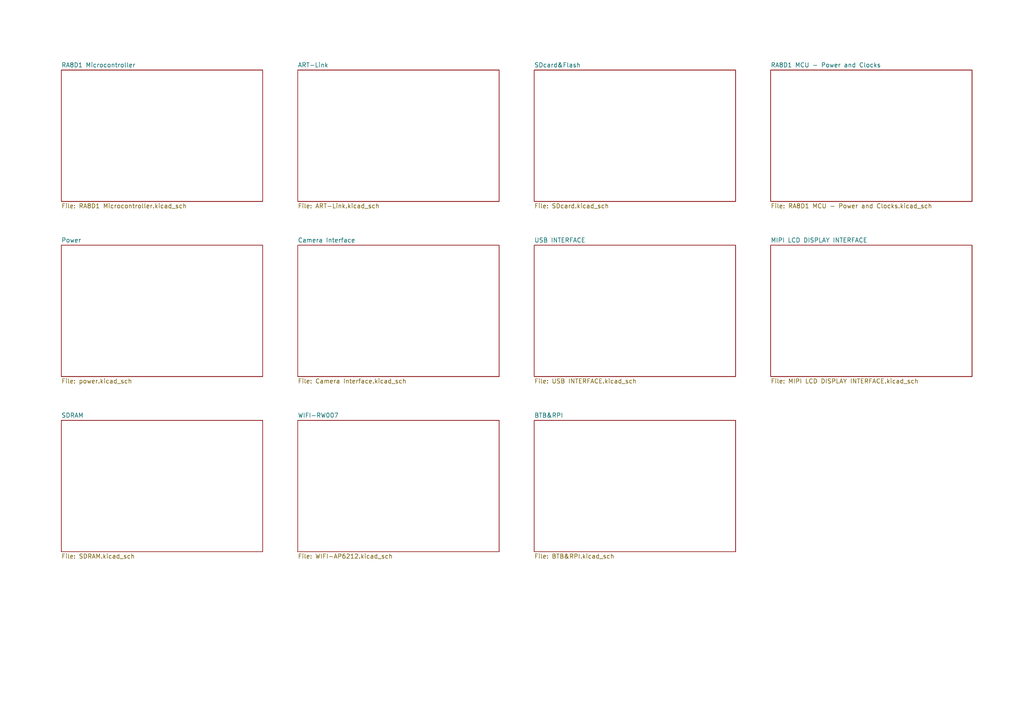
<source format=kicad_sch>
(kicad_sch (version 20230121) (generator eeschema)
  (paper "A4")
  (lib_symbols)
  (sheet (at 17.78 20.32) (size 58.42 38.1) (stroke (width 0.1524))
    (property "Sheetname" "RA8D1 Microcontroller" (at 17.78 19.6084 0) (effects (justify left bottom)))
    (property "Sheetfile" "RA8D1 Microcontroller.kicad_sch" (at 17.78 59.0046 0) (effects (justify left top)))
  )
  (sheet (at 223.52 71.12) (size 58.42 38.1) (stroke (width 0.1524))
    (property "Sheetname" "MIPI LCD DISPLAY INTERFACE" (at 223.52 70.4084 0) (effects (justify left bottom)))
    (property "Sheetfile" "MIPI LCD DISPLAY INTERFACE.kicad_sch" (at 223.52 109.8046 0) (effects (justify left top)))
  )
  (sheet (at 86.36 20.32) (size 58.42 38.1) (stroke (width 0.1524))
    (property "Sheetname" "ART-Link" (at 86.36 19.6084 0) (effects (justify left bottom)))
    (property "Sheetfile" "ART-Link.kicad_sch" (at 86.36 59.0046 0) (effects (justify left top)))
  )
  (sheet (at 154.94 71.12) (size 58.42 38.1) (stroke (width 0.1524))
    (property "Sheetname" "USB INTERFACE" (at 154.94 70.4084 0) (effects (justify left bottom)))
    (property "Sheetfile" "USB INTERFACE.kicad_sch" (at 154.94 109.8046 0) (effects (justify left top)))
  )
  (sheet (at 154.94 20.32) (size 58.42 38.1) (stroke (width 0.1524))
    (property "Sheetname" "SDcard&Flash" (at 154.94 19.6084 0) (effects (justify left bottom)))
    (property "Sheetfile" "SDcard.kicad_sch" (at 154.94 59.0046 0) (effects (justify left top)))
  )
  (sheet (at 17.78 121.92) (size 58.42 38.1) (stroke (width 0.1524))
    (property "Sheetname" "SDRAM" (at 17.78 121.2084 0) (effects (justify left bottom)))
    (property "Sheetfile" "SDRAM.kicad_sch" (at 17.78 160.6046 0) (effects (justify left top)))
  )
  (sheet (at 154.94 121.92) (size 58.42 38.1) (stroke (width 0.1524))
    (property "Sheetname" "BTB&RPI" (at 154.94 121.2084 0) (effects (justify left bottom)))
    (property "Sheetfile" "BTB&RPI.kicad_sch" (at 154.94 160.6046 0) (effects (justify left top)))
  )
  (sheet (at 86.36 71.12) (size 58.42 38.1) (stroke (width 0.1524))
    (property "Sheetname" "Camera Interface" (at 86.36 70.4084 0) (effects (justify left bottom)))
    (property "Sheetfile" "Camera Interface.kicad_sch" (at 86.36 109.8046 0) (effects (justify left top)))
  )
  (sheet (at 86.36 121.92) (size 58.42 38.1) (stroke (width 0.1524))
    (property "Sheetname" "WIFI-RW007" (at 86.36 121.2084 0) (effects (justify left bottom)))
    (property "Sheetfile" "WIFI-AP6212.kicad_sch" (at 86.36 160.6046 0) (effects (justify left top)))
  )
  (sheet (at 223.52 20.32) (size 58.42 38.1) (stroke (width 0.1524))
    (property "Sheetname" "RA8D1 MCU - Power and Clocks" (at 223.52 19.6084 0) (effects (justify left bottom)))
    (property "Sheetfile" "RA8D1 MCU - Power and Clocks.kicad_sch" (at 223.52 59.0046 0) (effects (justify left top)))
  )
  (sheet (at 17.78 71.12) (size 58.42 38.1) (stroke (width 0.1524))
    (property "Sheetname" "Power" (at 17.78 70.4084 0) (effects (justify left bottom)))
    (property "Sheetfile" "power.kicad_sch" (at 17.78 109.8046 0) (effects (justify left top)))
  )
)
</source>
